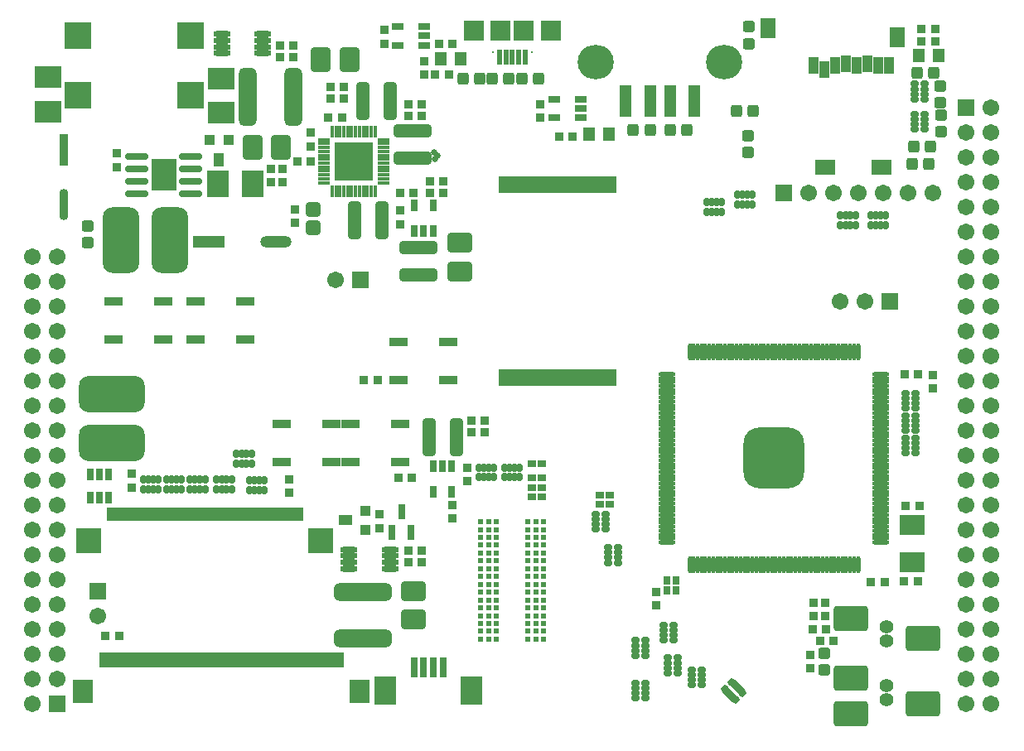
<source format=gts>
G04 Layer_Color=8388736*
%FSLAX24Y24*%
%MOIN*%
G70*
G01*
G75*
%ADD125R,0.0591X0.0305*%
%ADD126R,0.0591X0.0290*%
%ADD127R,0.0305X0.0591*%
%ADD128R,0.0290X0.0591*%
G04:AMPARAMS|DCode=129|XSize=29mil|YSize=59.1mil|CornerRadius=0mil|HoleSize=0mil|Usage=FLASHONLY|Rotation=225.000|XOffset=0mil|YOffset=0mil|HoleType=Round|Shape=Rectangle|*
%AMROTATEDRECTD129*
4,1,4,-0.0106,0.0311,0.0311,-0.0106,0.0106,-0.0311,-0.0311,0.0106,-0.0106,0.0311,0.0*
%
%ADD129ROTATEDRECTD129*%

G04:AMPARAMS|DCode=130|XSize=30.5mil|YSize=59.1mil|CornerRadius=0mil|HoleSize=0mil|Usage=FLASHONLY|Rotation=45.000|XOffset=0mil|YOffset=0mil|HoleType=Round|Shape=Rectangle|*
%AMROTATEDRECTD130*
4,1,4,0.0101,-0.0317,-0.0317,0.0101,-0.0101,0.0317,0.0317,-0.0101,0.0101,-0.0317,0.0*
%
%ADD130ROTATEDRECTD130*%

%ADD131R,0.1064X0.1064*%
%ADD132R,0.0474X0.1261*%
G04:AMPARAMS|DCode=133|XSize=98.6mil|YSize=78.9mil|CornerRadius=12.9mil|HoleSize=0mil|Usage=FLASHONLY|Rotation=270.000|XOffset=0mil|YOffset=0mil|HoleType=Round|Shape=RoundedRectangle|*
%AMROUNDEDRECTD133*
21,1,0.0986,0.0532,0,0,270.0*
21,1,0.0728,0.0789,0,0,270.0*
1,1,0.0257,-0.0266,-0.0364*
1,1,0.0257,-0.0266,0.0364*
1,1,0.0257,0.0266,0.0364*
1,1,0.0257,0.0266,-0.0364*
%
%ADD133ROUNDEDRECTD133*%
%ADD134R,0.0380X0.0380*%
%ADD135R,0.0380X0.0380*%
G04:AMPARAMS|DCode=136|XSize=98.6mil|YSize=78.9mil|CornerRadius=12.9mil|HoleSize=0mil|Usage=FLASHONLY|Rotation=180.000|XOffset=0mil|YOffset=0mil|HoleType=Round|Shape=RoundedRectangle|*
%AMROUNDEDRECTD136*
21,1,0.0986,0.0532,0,0,180.0*
21,1,0.0728,0.0789,0,0,180.0*
1,1,0.0257,-0.0364,0.0266*
1,1,0.0257,0.0364,0.0266*
1,1,0.0257,0.0364,-0.0266*
1,1,0.0257,-0.0364,-0.0266*
%
%ADD136ROUNDEDRECTD136*%
G04:AMPARAMS|DCode=137|XSize=47.4mil|YSize=43.4mil|CornerRadius=8.4mil|HoleSize=0mil|Usage=FLASHONLY|Rotation=180.000|XOffset=0mil|YOffset=0mil|HoleType=Round|Shape=RoundedRectangle|*
%AMROUNDEDRECTD137*
21,1,0.0474,0.0266,0,0,180.0*
21,1,0.0305,0.0434,0,0,180.0*
1,1,0.0169,-0.0153,0.0133*
1,1,0.0169,0.0153,0.0133*
1,1,0.0169,0.0153,-0.0133*
1,1,0.0169,-0.0153,-0.0133*
%
%ADD137ROUNDEDRECTD137*%
%ADD138R,0.1064X0.0867*%
G04:AMPARAMS|DCode=139|XSize=31.6mil|YSize=23.7mil|CornerRadius=6mil|HoleSize=0mil|Usage=FLASHONLY|Rotation=90.000|XOffset=0mil|YOffset=0mil|HoleType=Round|Shape=RoundedRectangle|*
%AMROUNDEDRECTD139*
21,1,0.0316,0.0118,0,0,90.0*
21,1,0.0197,0.0237,0,0,90.0*
1,1,0.0119,0.0059,0.0098*
1,1,0.0119,0.0059,-0.0098*
1,1,0.0119,-0.0059,-0.0098*
1,1,0.0119,-0.0059,0.0098*
%
%ADD139ROUNDEDRECTD139*%
G04:AMPARAMS|DCode=140|XSize=31.6mil|YSize=19.8mil|CornerRadius=5.5mil|HoleSize=0mil|Usage=FLASHONLY|Rotation=90.000|XOffset=0mil|YOffset=0mil|HoleType=Round|Shape=RoundedRectangle|*
%AMROUNDEDRECTD140*
21,1,0.0316,0.0089,0,0,90.0*
21,1,0.0207,0.0198,0,0,90.0*
1,1,0.0110,0.0044,0.0103*
1,1,0.0110,0.0044,-0.0103*
1,1,0.0110,-0.0044,-0.0103*
1,1,0.0110,-0.0044,0.0103*
%
%ADD140ROUNDEDRECTD140*%
G04:AMPARAMS|DCode=141|XSize=31.6mil|YSize=23.7mil|CornerRadius=6mil|HoleSize=0mil|Usage=FLASHONLY|Rotation=180.000|XOffset=0mil|YOffset=0mil|HoleType=Round|Shape=RoundedRectangle|*
%AMROUNDEDRECTD141*
21,1,0.0316,0.0118,0,0,180.0*
21,1,0.0197,0.0237,0,0,180.0*
1,1,0.0119,-0.0098,0.0059*
1,1,0.0119,0.0098,0.0059*
1,1,0.0119,0.0098,-0.0059*
1,1,0.0119,-0.0098,-0.0059*
%
%ADD141ROUNDEDRECTD141*%
G04:AMPARAMS|DCode=142|XSize=31.6mil|YSize=19.8mil|CornerRadius=5.5mil|HoleSize=0mil|Usage=FLASHONLY|Rotation=180.000|XOffset=0mil|YOffset=0mil|HoleType=Round|Shape=RoundedRectangle|*
%AMROUNDEDRECTD142*
21,1,0.0316,0.0089,0,0,180.0*
21,1,0.0207,0.0198,0,0,180.0*
1,1,0.0110,-0.0103,0.0044*
1,1,0.0110,0.0103,0.0044*
1,1,0.0110,0.0103,-0.0044*
1,1,0.0110,-0.0103,-0.0044*
%
%ADD142ROUNDEDRECTD142*%
%ADD143R,0.0330X0.0280*%
%ADD144R,0.0280X0.0330*%
%ADD145R,0.0730X0.0380*%
G04:AMPARAMS|DCode=146|XSize=47.4mil|YSize=43.4mil|CornerRadius=8.4mil|HoleSize=0mil|Usage=FLASHONLY|Rotation=90.000|XOffset=0mil|YOffset=0mil|HoleType=Round|Shape=RoundedRectangle|*
%AMROUNDEDRECTD146*
21,1,0.0474,0.0266,0,0,90.0*
21,1,0.0305,0.0434,0,0,90.0*
1,1,0.0169,0.0133,0.0153*
1,1,0.0169,0.0133,-0.0153*
1,1,0.0169,-0.0133,-0.0153*
1,1,0.0169,-0.0133,0.0153*
%
%ADD146ROUNDEDRECTD146*%
%ADD147R,0.0480X0.0580*%
%ADD148O,0.1261X0.0474*%
%ADD149R,0.1261X0.0474*%
G04:AMPARAMS|DCode=150|XSize=145.8mil|YSize=263.9mil|CornerRadius=38.4mil|HoleSize=0mil|Usage=FLASHONLY|Rotation=270.000|XOffset=0mil|YOffset=0mil|HoleType=Round|Shape=RoundedRectangle|*
%AMROUNDEDRECTD150*
21,1,0.1458,0.1870,0,0,270.0*
21,1,0.0689,0.2639,0,0,270.0*
1,1,0.0769,-0.0935,-0.0344*
1,1,0.0769,-0.0935,0.0344*
1,1,0.0769,0.0935,0.0344*
1,1,0.0769,0.0935,-0.0344*
%
%ADD150ROUNDEDRECTD150*%
G04:AMPARAMS|DCode=151|XSize=145.8mil|YSize=263.9mil|CornerRadius=38.4mil|HoleSize=0mil|Usage=FLASHONLY|Rotation=0.000|XOffset=0mil|YOffset=0mil|HoleType=Round|Shape=RoundedRectangle|*
%AMROUNDEDRECTD151*
21,1,0.1458,0.1870,0,0,0.0*
21,1,0.0689,0.2639,0,0,0.0*
1,1,0.0769,0.0344,-0.0935*
1,1,0.0769,-0.0344,-0.0935*
1,1,0.0769,-0.0344,0.0935*
1,1,0.0769,0.0344,0.0935*
%
%ADD151ROUNDEDRECTD151*%
%ADD152O,0.0356X0.1261*%
%ADD153R,0.0356X0.1261*%
%ADD154C,0.0237*%
G04:AMPARAMS|DCode=155|XSize=58mil|YSize=58mil|CornerRadius=10.3mil|HoleSize=0mil|Usage=FLASHONLY|Rotation=270.000|XOffset=0mil|YOffset=0mil|HoleType=Round|Shape=RoundedRectangle|*
%AMROUNDEDRECTD155*
21,1,0.0580,0.0375,0,0,270.0*
21,1,0.0375,0.0580,0,0,270.0*
1,1,0.0205,-0.0188,-0.0188*
1,1,0.0205,-0.0188,0.0188*
1,1,0.0205,0.0188,0.0188*
1,1,0.0205,0.0188,-0.0188*
%
%ADD155ROUNDEDRECTD155*%
%ADD156R,0.0828X0.0828*%
%ADD157R,0.0230X0.0612*%
%ADD158R,0.0237X0.0612*%
%ADD159R,0.0513X0.0316*%
%ADD160O,0.0946X0.0297*%
%ADD161O,0.0946X0.0277*%
G04:AMPARAMS|DCode=162|XSize=102.5mil|YSize=141.9mil|CornerRadius=15.8mil|HoleSize=0mil|Usage=FLASHONLY|Rotation=90.000|XOffset=0mil|YOffset=0mil|HoleType=Round|Shape=RoundedRectangle|*
%AMROUNDEDRECTD162*
21,1,0.1025,0.1102,0,0,90.0*
21,1,0.0709,0.1419,0,0,90.0*
1,1,0.0316,0.0551,0.0354*
1,1,0.0316,0.0551,-0.0354*
1,1,0.0316,-0.0551,-0.0354*
1,1,0.0316,-0.0551,0.0354*
%
%ADD162ROUNDEDRECTD162*%
%ADD163R,0.0198X0.0552*%
%ADD164R,0.1025X0.1025*%
%ADD165R,0.0789X0.0946*%
%ADD166R,0.0198X0.0592*%
%ADD167R,0.0907X0.1182*%
%ADD168R,0.0316X0.0828*%
%ADD169R,0.0316X0.0513*%
%ADD170R,0.0200X0.0680*%
%ADD171R,0.0867X0.1064*%
%ADD172O,0.0710X0.0237*%
%ADD173R,0.0440X0.0580*%
%ADD174R,0.0440X0.0440*%
%ADD175R,0.0789X0.0631*%
%ADD176R,0.0631X0.0828*%
%ADD177R,0.0395X0.0671*%
%ADD178R,0.1025X0.0789*%
G04:AMPARAMS|DCode=179|XSize=55.2mil|YSize=153.7mil|CornerRadius=15.8mil|HoleSize=0mil|Usage=FLASHONLY|Rotation=180.000|XOffset=0mil|YOffset=0mil|HoleType=Round|Shape=RoundedRectangle|*
%AMROUNDEDRECTD179*
21,1,0.0552,0.1220,0,0,180.0*
21,1,0.0236,0.1537,0,0,180.0*
1,1,0.0316,-0.0118,0.0610*
1,1,0.0316,0.0118,0.0610*
1,1,0.0316,0.0118,-0.0610*
1,1,0.0316,-0.0118,-0.0610*
%
%ADD179ROUNDEDRECTD179*%
G04:AMPARAMS|DCode=180|XSize=55.2mil|YSize=153.7mil|CornerRadius=15.8mil|HoleSize=0mil|Usage=FLASHONLY|Rotation=90.000|XOffset=0mil|YOffset=0mil|HoleType=Round|Shape=RoundedRectangle|*
%AMROUNDEDRECTD180*
21,1,0.0552,0.1220,0,0,90.0*
21,1,0.0236,0.1537,0,0,90.0*
1,1,0.0316,0.0610,0.0118*
1,1,0.0316,0.0610,-0.0118*
1,1,0.0316,-0.0610,-0.0118*
1,1,0.0316,-0.0610,0.0118*
%
%ADD180ROUNDEDRECTD180*%
G04:AMPARAMS|DCode=181|XSize=71mil|YSize=232.4mil|CornerRadius=19.7mil|HoleSize=0mil|Usage=FLASHONLY|Rotation=180.000|XOffset=0mil|YOffset=0mil|HoleType=Round|Shape=RoundedRectangle|*
%AMROUNDEDRECTD181*
21,1,0.0710,0.1929,0,0,180.0*
21,1,0.0315,0.2324,0,0,180.0*
1,1,0.0395,-0.0157,0.0965*
1,1,0.0395,0.0157,0.0965*
1,1,0.0395,0.0157,-0.0965*
1,1,0.0395,-0.0157,-0.0965*
%
%ADD181ROUNDEDRECTD181*%
G04:AMPARAMS|DCode=182|XSize=71mil|YSize=232.4mil|CornerRadius=19.7mil|HoleSize=0mil|Usage=FLASHONLY|Rotation=90.000|XOffset=0mil|YOffset=0mil|HoleType=Round|Shape=RoundedRectangle|*
%AMROUNDEDRECTD182*
21,1,0.0710,0.1929,0,0,90.0*
21,1,0.0315,0.2324,0,0,90.0*
1,1,0.0395,0.0965,0.0157*
1,1,0.0395,0.0965,-0.0157*
1,1,0.0395,-0.0965,-0.0157*
1,1,0.0395,-0.0965,0.0157*
%
%ADD182ROUNDEDRECTD182*%
G04:AMPARAMS|DCode=183|XSize=31.6mil|YSize=23.7mil|CornerRadius=6mil|HoleSize=0mil|Usage=FLASHONLY|Rotation=225.000|XOffset=0mil|YOffset=0mil|HoleType=Round|Shape=RoundedRectangle|*
%AMROUNDEDRECTD183*
21,1,0.0316,0.0118,0,0,225.0*
21,1,0.0197,0.0237,0,0,225.0*
1,1,0.0119,-0.0111,-0.0028*
1,1,0.0119,0.0028,0.0111*
1,1,0.0119,0.0111,0.0028*
1,1,0.0119,-0.0028,-0.0111*
%
%ADD183ROUNDEDRECTD183*%
G04:AMPARAMS|DCode=184|XSize=31.6mil|YSize=19.8mil|CornerRadius=5.5mil|HoleSize=0mil|Usage=FLASHONLY|Rotation=225.000|XOffset=0mil|YOffset=0mil|HoleType=Round|Shape=RoundedRectangle|*
%AMROUNDEDRECTD184*
21,1,0.0316,0.0089,0,0,225.0*
21,1,0.0207,0.0198,0,0,225.0*
1,1,0.0110,-0.0104,-0.0042*
1,1,0.0110,0.0042,0.0104*
1,1,0.0110,0.0104,0.0042*
1,1,0.0110,-0.0042,-0.0104*
%
%ADD184ROUNDEDRECTD184*%
%ADD185R,0.0316X0.0592*%
%ADD186R,0.0440X0.0440*%
%ADD187R,0.0580X0.0440*%
G04:AMPARAMS|DCode=188|XSize=244.2mil|YSize=244.2mil|CornerRadius=63.1mil|HoleSize=0mil|Usage=FLASHONLY|Rotation=0.000|XOffset=0mil|YOffset=0mil|HoleType=Round|Shape=RoundedRectangle|*
%AMROUNDEDRECTD188*
21,1,0.2442,0.1181,0,0,0.0*
21,1,0.1181,0.2442,0,0,0.0*
1,1,0.1261,0.0591,-0.0591*
1,1,0.1261,-0.0591,-0.0591*
1,1,0.1261,-0.0591,0.0591*
1,1,0.1261,0.0591,0.0591*
%
%ADD188ROUNDEDRECTD188*%
%ADD189O,0.0671X0.0167*%
%ADD190O,0.0167X0.0671*%
%ADD191R,0.1556X0.1556*%
%ADD192O,0.0159X0.0474*%
%ADD193O,0.0474X0.0159*%
%ADD194O,0.1458X0.1379*%
%ADD195C,0.0671*%
%ADD196R,0.0671X0.0671*%
%ADD197R,0.0671X0.0671*%
%ADD198C,0.0552*%
%ADD199C,0.0080*%
%ADD200R,0.1025X0.1300*%
%ADD201C,0.0260*%
%ADD202C,0.0340*%
D125*
X8095Y9702D02*
D03*
X7025D02*
D03*
X5145D02*
D03*
X6085D02*
D03*
X19685Y10192D02*
D03*
X18635D02*
D03*
X33205Y20748D02*
D03*
X9415Y9672D02*
D03*
X8905Y11128D02*
D03*
X34425Y20748D02*
D03*
X29055Y21578D02*
D03*
X27815Y21278D02*
D03*
D126*
X8105Y10095D02*
D03*
X7035D02*
D03*
X5155D02*
D03*
X6095D02*
D03*
X19695Y10585D02*
D03*
X18645D02*
D03*
X33195Y20355D02*
D03*
X9425Y10065D02*
D03*
X8895Y10735D02*
D03*
X34415Y20355D02*
D03*
X29045Y21185D02*
D03*
X27805Y20885D02*
D03*
D127*
X35908Y11475D02*
D03*
Y12375D02*
D03*
Y13275D02*
D03*
X24652Y1615D02*
D03*
X25942Y2625D02*
D03*
X26932Y2145D02*
D03*
X24652Y3325D02*
D03*
X25792Y3935D02*
D03*
X23542Y7065D02*
D03*
X23062Y8415D02*
D03*
X36288Y25715D02*
D03*
X36268Y24505D02*
D03*
D128*
X35515Y11485D02*
D03*
Y12385D02*
D03*
Y13285D02*
D03*
X25045Y1605D02*
D03*
X26335Y2615D02*
D03*
X27325Y2135D02*
D03*
X25045Y3315D02*
D03*
X26185Y3925D02*
D03*
X23935Y7055D02*
D03*
X23455Y8405D02*
D03*
X35895Y25725D02*
D03*
X35875Y24515D02*
D03*
D129*
X28741Y1725D02*
D03*
D130*
X28457Y1454D02*
D03*
D131*
X6744Y27971D02*
D03*
Y25570D02*
D03*
X2216Y27971D02*
D03*
Y25570D02*
D03*
D132*
X24262Y25335D02*
D03*
X25246D02*
D03*
X26034D02*
D03*
X27018D02*
D03*
D133*
X11999Y27010D02*
D03*
X13141D02*
D03*
X9249Y23490D02*
D03*
X10391D02*
D03*
D134*
X34120Y5980D02*
D03*
X34670D02*
D03*
X16920Y21650D02*
D03*
X16370D02*
D03*
X16920Y22110D02*
D03*
X16370D02*
D03*
X15170Y21650D02*
D03*
X15720D02*
D03*
X15510Y7240D02*
D03*
X16060D02*
D03*
X11040Y22910D02*
D03*
X11590D02*
D03*
X16060Y24740D02*
D03*
X15510D02*
D03*
X16060Y25200D02*
D03*
X15510D02*
D03*
X12920Y25450D02*
D03*
X12370D02*
D03*
X12920Y25910D02*
D03*
X12370D02*
D03*
X36070Y9040D02*
D03*
X35520D02*
D03*
X35460Y6020D02*
D03*
X36010D02*
D03*
X12290Y24680D02*
D03*
X12840D02*
D03*
X17300Y27640D02*
D03*
X16750D02*
D03*
X16600Y26400D02*
D03*
X17150D02*
D03*
X32330Y4090D02*
D03*
X31780D02*
D03*
X21580Y23920D02*
D03*
X22130D02*
D03*
X32080Y3620D02*
D03*
X32630D02*
D03*
X35470Y14330D02*
D03*
X36020D02*
D03*
X10890Y27560D02*
D03*
X10340D02*
D03*
X10890Y27100D02*
D03*
X10340D02*
D03*
X16060Y6780D02*
D03*
X15510D02*
D03*
X36710Y28230D02*
D03*
X36160D02*
D03*
Y27750D02*
D03*
X36710D02*
D03*
X14280Y14110D02*
D03*
X13730D02*
D03*
X15660Y10180D02*
D03*
X15110D02*
D03*
X18590Y12020D02*
D03*
X18040D02*
D03*
X18590Y12490D02*
D03*
X18040D02*
D03*
X3330Y3800D02*
D03*
X3880D02*
D03*
D135*
X9980Y22610D02*
D03*
Y22060D02*
D03*
X15170Y20390D02*
D03*
Y20940D02*
D03*
X4390Y9790D02*
D03*
Y10340D02*
D03*
X14340Y8150D02*
D03*
Y8700D02*
D03*
X25490Y5030D02*
D03*
Y5580D02*
D03*
X10950Y20980D02*
D03*
Y20430D02*
D03*
X10440Y22610D02*
D03*
Y22060D02*
D03*
X16140Y26950D02*
D03*
Y26400D02*
D03*
X14560Y28200D02*
D03*
Y27650D02*
D03*
X3800Y23230D02*
D03*
Y22680D02*
D03*
X20830Y25210D02*
D03*
Y24660D02*
D03*
X31830Y4600D02*
D03*
Y5150D02*
D03*
X17870Y10580D02*
D03*
Y10030D02*
D03*
X36610Y13770D02*
D03*
Y14320D02*
D03*
X32290Y5150D02*
D03*
Y4600D02*
D03*
X11590Y23510D02*
D03*
Y24060D02*
D03*
X31700Y2500D02*
D03*
Y3050D02*
D03*
X10710Y10120D02*
D03*
Y9570D02*
D03*
X17280Y8540D02*
D03*
Y9090D02*
D03*
D136*
X17590Y19631D02*
D03*
Y18489D02*
D03*
X15710Y5621D02*
D03*
Y4479D02*
D03*
D137*
X2630Y19625D02*
D03*
Y20295D02*
D03*
X32240Y2425D02*
D03*
Y3095D02*
D03*
X36930Y25285D02*
D03*
Y25955D02*
D03*
X36940Y24775D02*
D03*
Y24105D02*
D03*
X29200Y23935D02*
D03*
Y23265D02*
D03*
X29230Y27655D02*
D03*
Y28325D02*
D03*
D138*
X1020Y26296D02*
D03*
Y24898D02*
D03*
X8000Y26256D02*
D03*
Y24858D02*
D03*
D139*
X7795Y9703D02*
D03*
X8405D02*
D03*
Y10097D02*
D03*
X7795D02*
D03*
X6725Y9703D02*
D03*
X7335D02*
D03*
Y10097D02*
D03*
X6725D02*
D03*
X4845Y9703D02*
D03*
X5455D02*
D03*
Y10097D02*
D03*
X4845D02*
D03*
X5785Y9703D02*
D03*
X6395D02*
D03*
Y10097D02*
D03*
X5785D02*
D03*
X19385Y10587D02*
D03*
X19995D02*
D03*
Y10193D02*
D03*
X19385D02*
D03*
X18335Y10587D02*
D03*
X18945D02*
D03*
Y10193D02*
D03*
X18335D02*
D03*
X33505Y20353D02*
D03*
X32895D02*
D03*
Y20747D02*
D03*
X33505D02*
D03*
X9115Y9673D02*
D03*
X9725D02*
D03*
Y10067D02*
D03*
X9115D02*
D03*
X9205Y10733D02*
D03*
X8595D02*
D03*
Y11127D02*
D03*
X9205D02*
D03*
X34725Y20747D02*
D03*
X34115D02*
D03*
Y20353D02*
D03*
X34725D02*
D03*
X29355Y21183D02*
D03*
X28745D02*
D03*
Y21577D02*
D03*
X29355D02*
D03*
X28115Y20883D02*
D03*
X27505D02*
D03*
Y21277D02*
D03*
X28115D02*
D03*
D140*
X8002Y9703D02*
D03*
X8198D02*
D03*
Y10097D02*
D03*
X8002D02*
D03*
X6932Y9703D02*
D03*
X7128D02*
D03*
Y10097D02*
D03*
X6932D02*
D03*
X5052Y9703D02*
D03*
X5248D02*
D03*
Y10097D02*
D03*
X5052D02*
D03*
X5992Y9703D02*
D03*
X6188D02*
D03*
Y10097D02*
D03*
X5992D02*
D03*
X19592Y10587D02*
D03*
X19788D02*
D03*
Y10193D02*
D03*
X19592D02*
D03*
X18542Y10587D02*
D03*
X18738D02*
D03*
Y10193D02*
D03*
X18542D02*
D03*
X33298Y20353D02*
D03*
X33102D02*
D03*
Y20747D02*
D03*
X33298D02*
D03*
X9322Y9673D02*
D03*
X9518D02*
D03*
Y10067D02*
D03*
X9322D02*
D03*
X8998Y10733D02*
D03*
X8802D02*
D03*
Y11127D02*
D03*
X8998D02*
D03*
X34518Y20747D02*
D03*
X34322D02*
D03*
Y20353D02*
D03*
X34518D02*
D03*
X29148Y21183D02*
D03*
X28952D02*
D03*
Y21577D02*
D03*
X29148D02*
D03*
X27908Y20883D02*
D03*
X27712D02*
D03*
Y21277D02*
D03*
X27908D02*
D03*
D141*
X35907Y11175D02*
D03*
Y11785D02*
D03*
X35513D02*
D03*
Y11175D02*
D03*
X35907Y12075D02*
D03*
Y12685D02*
D03*
X35513D02*
D03*
Y12075D02*
D03*
X35907Y12975D02*
D03*
Y13585D02*
D03*
X35513D02*
D03*
Y12975D02*
D03*
X25047Y1915D02*
D03*
Y1305D02*
D03*
X24653D02*
D03*
Y1915D02*
D03*
X26337Y2925D02*
D03*
Y2315D02*
D03*
X25943D02*
D03*
Y2925D02*
D03*
X27327Y2445D02*
D03*
Y1835D02*
D03*
X26933D02*
D03*
Y2445D02*
D03*
X25047Y3625D02*
D03*
Y3015D02*
D03*
X24653D02*
D03*
Y3625D02*
D03*
X26187Y4235D02*
D03*
Y3625D02*
D03*
X25793D02*
D03*
Y4235D02*
D03*
X23937Y7365D02*
D03*
Y6755D02*
D03*
X23543D02*
D03*
Y7365D02*
D03*
X23457Y8715D02*
D03*
Y8105D02*
D03*
X23063D02*
D03*
Y8715D02*
D03*
X35893Y25415D02*
D03*
Y26025D02*
D03*
X36287D02*
D03*
Y25415D02*
D03*
X35873Y24205D02*
D03*
Y24815D02*
D03*
X36267D02*
D03*
Y24205D02*
D03*
D142*
X35907Y11382D02*
D03*
Y11578D02*
D03*
X35513D02*
D03*
Y11382D02*
D03*
X35907Y12282D02*
D03*
Y12478D02*
D03*
X35513D02*
D03*
Y12282D02*
D03*
X35907Y13182D02*
D03*
Y13378D02*
D03*
X35513D02*
D03*
Y13182D02*
D03*
X25047Y1708D02*
D03*
Y1512D02*
D03*
X24653D02*
D03*
Y1708D02*
D03*
X26337Y2718D02*
D03*
Y2522D02*
D03*
X25943D02*
D03*
Y2718D02*
D03*
X27327Y2238D02*
D03*
Y2042D02*
D03*
X26933D02*
D03*
Y2238D02*
D03*
X25047Y3418D02*
D03*
Y3222D02*
D03*
X24653D02*
D03*
Y3418D02*
D03*
X26187Y4028D02*
D03*
Y3832D02*
D03*
X25793D02*
D03*
Y4028D02*
D03*
X23937Y7158D02*
D03*
Y6962D02*
D03*
X23543D02*
D03*
Y7158D02*
D03*
X23457Y8508D02*
D03*
Y8312D02*
D03*
X23063D02*
D03*
Y8508D02*
D03*
X35893Y25622D02*
D03*
Y25818D02*
D03*
X36287D02*
D03*
Y25622D02*
D03*
X35873Y24412D02*
D03*
Y24608D02*
D03*
X36267D02*
D03*
Y24412D02*
D03*
D143*
X23630Y9480D02*
D03*
X23230D02*
D03*
X23630Y9100D02*
D03*
X23230D02*
D03*
X20890Y9400D02*
D03*
X20490D02*
D03*
X20890Y9780D02*
D03*
X20490D02*
D03*
X20890Y10160D02*
D03*
X20490D02*
D03*
X20890Y10750D02*
D03*
X20490Y10750D02*
D03*
D144*
X25910Y5630D02*
D03*
X26290D02*
D03*
X25910Y6030D02*
D03*
X26290D02*
D03*
D145*
X17110Y14112D02*
D03*
X15110D02*
D03*
X17110Y15648D02*
D03*
X15110D02*
D03*
X12410Y10802D02*
D03*
X10410D02*
D03*
X12410Y12338D02*
D03*
X10410D02*
D03*
X15170Y10802D02*
D03*
X13170D02*
D03*
X15170Y12338D02*
D03*
X13170D02*
D03*
X5650Y15742D02*
D03*
X3650D02*
D03*
X5650Y17278D02*
D03*
X3650D02*
D03*
X8960Y15742D02*
D03*
X6960D02*
D03*
X8960Y17278D02*
D03*
X6960D02*
D03*
D146*
X17705Y26250D02*
D03*
X18375D02*
D03*
X18895D02*
D03*
X19565D02*
D03*
X20755Y26240D02*
D03*
X20085D02*
D03*
X24565Y24170D02*
D03*
X25235D02*
D03*
X26705D02*
D03*
X26035D02*
D03*
X35835Y23500D02*
D03*
X36505D02*
D03*
X35985Y26490D02*
D03*
X36655D02*
D03*
X35775Y22800D02*
D03*
X36445D02*
D03*
X29385Y24940D02*
D03*
X28715D02*
D03*
D147*
X36050Y27160D02*
D03*
X36850D02*
D03*
X17620Y27050D02*
D03*
X16820D02*
D03*
X23570Y24020D02*
D03*
X22770D02*
D03*
D148*
X10170Y19670D02*
D03*
D149*
X7470D02*
D03*
D150*
X3570Y11576D02*
D03*
Y13544D02*
D03*
D151*
X5914Y19730D02*
D03*
X3946D02*
D03*
D152*
X1650Y21170D02*
D03*
D153*
Y23370D02*
D03*
D154*
X18430Y8404D02*
D03*
X18745D02*
D03*
X19060D02*
D03*
X20320D02*
D03*
X20635D02*
D03*
X20950D02*
D03*
X18430Y8089D02*
D03*
X18745D02*
D03*
X19060D02*
D03*
X20320D02*
D03*
X20635D02*
D03*
X20950D02*
D03*
X18430Y7774D02*
D03*
X18745D02*
D03*
X19060D02*
D03*
X20320D02*
D03*
X20635D02*
D03*
X20950D02*
D03*
X18430Y7459D02*
D03*
X18745D02*
D03*
X19060D02*
D03*
X20320D02*
D03*
X20635D02*
D03*
X20950D02*
D03*
X18430Y7144D02*
D03*
X18745D02*
D03*
X19060D02*
D03*
X20320D02*
D03*
X20635D02*
D03*
X20950D02*
D03*
X18430Y6829D02*
D03*
X18745D02*
D03*
X19060D02*
D03*
X20320D02*
D03*
X20635D02*
D03*
X20950D02*
D03*
X18430Y6514D02*
D03*
X18745D02*
D03*
X19060D02*
D03*
X20320D02*
D03*
X20635D02*
D03*
X20950D02*
D03*
X18430Y6199D02*
D03*
X18745D02*
D03*
X19060D02*
D03*
X20320D02*
D03*
X20635D02*
D03*
X20950D02*
D03*
X18430Y5884D02*
D03*
X18745D02*
D03*
X19060D02*
D03*
X20320D02*
D03*
X20635D02*
D03*
X20950D02*
D03*
X18430Y5569D02*
D03*
X18745D02*
D03*
X19060D02*
D03*
X20320D02*
D03*
X20635D02*
D03*
X20950D02*
D03*
X18430Y5254D02*
D03*
X18745D02*
D03*
X19060D02*
D03*
X20320D02*
D03*
X20635D02*
D03*
X20950D02*
D03*
X18430Y4939D02*
D03*
X18745D02*
D03*
X19060D02*
D03*
X20320D02*
D03*
X20635D02*
D03*
X20950D02*
D03*
X18430Y4624D02*
D03*
X18745D02*
D03*
X19060D02*
D03*
X20320D02*
D03*
X20635D02*
D03*
X20950D02*
D03*
X18430Y4310D02*
D03*
X18745D02*
D03*
X19060D02*
D03*
X20320D02*
D03*
X20635D02*
D03*
X20950D02*
D03*
X18430Y3995D02*
D03*
X18745D02*
D03*
X19060D02*
D03*
X20320D02*
D03*
X20635D02*
D03*
X20950D02*
D03*
X18430Y3680D02*
D03*
X18745D02*
D03*
X19060D02*
D03*
X20320D02*
D03*
X20635D02*
D03*
X20950D02*
D03*
D155*
X11700Y20985D02*
D03*
Y20235D02*
D03*
D156*
X18135Y28170D02*
D03*
X19218D02*
D03*
X20162D02*
D03*
X21245D02*
D03*
D157*
X19178Y27117D02*
D03*
X20202D02*
D03*
D158*
X19434D02*
D03*
X19946D02*
D03*
X19690D02*
D03*
D159*
X15100Y28334D02*
D03*
Y27586D02*
D03*
X16140Y28334D02*
D03*
Y27960D02*
D03*
Y27586D02*
D03*
X21400Y25414D02*
D03*
Y24666D02*
D03*
X22440Y25414D02*
D03*
Y25040D02*
D03*
Y24666D02*
D03*
D160*
X6766Y21620D02*
D03*
X4574D02*
D03*
Y22120D02*
D03*
Y22620D02*
D03*
Y23120D02*
D03*
D161*
X6766Y22120D02*
D03*
Y22620D02*
D03*
Y23120D02*
D03*
D162*
X36217Y1081D02*
D03*
Y3719D02*
D03*
X33303Y2105D02*
D03*
X33310Y4507D02*
D03*
X33303Y688D02*
D03*
D163*
X3491Y8716D02*
D03*
X3688D02*
D03*
X3885D02*
D03*
X4082D02*
D03*
X4279D02*
D03*
X4476D02*
D03*
X4673D02*
D03*
X4869D02*
D03*
X5066D02*
D03*
X5263D02*
D03*
X5460D02*
D03*
X5657D02*
D03*
X5854D02*
D03*
X6050D02*
D03*
X6247D02*
D03*
X6444D02*
D03*
X6641D02*
D03*
X6838D02*
D03*
X7035D02*
D03*
X7232D02*
D03*
X7428D02*
D03*
X7625D02*
D03*
X7822D02*
D03*
X8019D02*
D03*
X8216D02*
D03*
X8413D02*
D03*
X8610D02*
D03*
X8806D02*
D03*
X9003D02*
D03*
X9200D02*
D03*
X9397D02*
D03*
X9594D02*
D03*
X9791D02*
D03*
X9987D02*
D03*
X10184D02*
D03*
X10381D02*
D03*
X10578D02*
D03*
X10775D02*
D03*
X10972D02*
D03*
X11169D02*
D03*
D164*
X11995Y7653D02*
D03*
X2665D02*
D03*
D165*
X13561Y1560D02*
D03*
X2419D02*
D03*
D166*
X12813Y2840D02*
D03*
X12616D02*
D03*
X12419D02*
D03*
X12222D02*
D03*
X12025D02*
D03*
X11829D02*
D03*
X11632D02*
D03*
X11435D02*
D03*
X11238D02*
D03*
X11041D02*
D03*
X10844D02*
D03*
X10647D02*
D03*
X10451D02*
D03*
X10254D02*
D03*
X10057D02*
D03*
X9860D02*
D03*
X9663D02*
D03*
X9466D02*
D03*
X9270D02*
D03*
X9073D02*
D03*
X8876D02*
D03*
X8679D02*
D03*
X8482D02*
D03*
X8285D02*
D03*
X8088D02*
D03*
X7892D02*
D03*
X7695D02*
D03*
X7498D02*
D03*
X7301D02*
D03*
X7104D02*
D03*
X6907D02*
D03*
X6710D02*
D03*
X6514D02*
D03*
X6317D02*
D03*
X6120D02*
D03*
X5923D02*
D03*
X5726D02*
D03*
X5529D02*
D03*
X5333D02*
D03*
X5136D02*
D03*
X4939D02*
D03*
X4742D02*
D03*
X4545D02*
D03*
X4348D02*
D03*
X4151D02*
D03*
X3955D02*
D03*
X3758D02*
D03*
X3561D02*
D03*
X3364D02*
D03*
X3167D02*
D03*
D167*
X14598Y1619D02*
D03*
X18062D02*
D03*
D168*
X15739Y2544D02*
D03*
X16133D02*
D03*
X16527D02*
D03*
X16921D02*
D03*
D169*
X16516Y9600D02*
D03*
X17264D02*
D03*
X16516Y10640D02*
D03*
X16890D02*
D03*
X17264D02*
D03*
X16504Y21140D02*
D03*
X15756D02*
D03*
X16504Y20100D02*
D03*
X16130D02*
D03*
X15756D02*
D03*
X3464Y10312D02*
D03*
X3090D02*
D03*
X2716D02*
D03*
Y9368D02*
D03*
X3090D02*
D03*
X3464D02*
D03*
D170*
X21608Y14192D02*
D03*
X22002D02*
D03*
X23183Y21968D02*
D03*
X21215Y14192D02*
D03*
X21805D02*
D03*
X19443Y21968D02*
D03*
X23577D02*
D03*
X23380Y21968D02*
D03*
X19640Y21968D02*
D03*
X22986D02*
D03*
X22593D02*
D03*
X22199D02*
D03*
X21805D02*
D03*
X21215D02*
D03*
X20821D02*
D03*
X20427D02*
D03*
X20034D02*
D03*
X23774Y21968D02*
D03*
X23774Y14192D02*
D03*
X23577D02*
D03*
X23380D02*
D03*
X23183D02*
D03*
X22986D02*
D03*
X22790D02*
D03*
X22593D02*
D03*
X20624D02*
D03*
X20427D02*
D03*
X20230D02*
D03*
X20034D02*
D03*
X19837D02*
D03*
X19640D02*
D03*
X19443D02*
D03*
X19246D02*
D03*
Y21968D02*
D03*
X22396Y14192D02*
D03*
X22790Y21968D02*
D03*
X22396D02*
D03*
X22002D02*
D03*
X21608D02*
D03*
X21018D02*
D03*
X20624D02*
D03*
X20230D02*
D03*
X19837D02*
D03*
X20821Y14192D02*
D03*
X21018D02*
D03*
X22199D02*
D03*
X21412D02*
D03*
Y21968D02*
D03*
D171*
X7844Y22020D02*
D03*
X9242D02*
D03*
D172*
X8003Y28034D02*
D03*
Y27778D02*
D03*
Y27522D02*
D03*
Y27266D02*
D03*
X9657Y28034D02*
D03*
Y27778D02*
D03*
Y27522D02*
D03*
Y27266D02*
D03*
X13133Y7284D02*
D03*
Y7028D02*
D03*
Y6772D02*
D03*
Y6516D02*
D03*
X14787Y7284D02*
D03*
Y7028D02*
D03*
Y6772D02*
D03*
Y6516D02*
D03*
D173*
X7890Y22960D02*
D03*
D174*
X7520Y23760D02*
D03*
X8270D02*
D03*
D175*
X34543Y22658D02*
D03*
X32299D02*
D03*
D176*
X35173Y27895D02*
D03*
X29996Y28288D02*
D03*
D177*
X31830Y26773D02*
D03*
X32263Y26615D02*
D03*
X32696Y26773D02*
D03*
X33130Y26851D02*
D03*
X33563Y26773D02*
D03*
X33996Y26851D02*
D03*
X34429Y26773D02*
D03*
X34862D02*
D03*
D178*
X35770Y8278D02*
D03*
Y6782D02*
D03*
D179*
X14441Y20530D02*
D03*
X13339D02*
D03*
X14791Y25350D02*
D03*
X13689D02*
D03*
X16339Y11810D02*
D03*
X17441D02*
D03*
D180*
X15690Y23039D02*
D03*
Y24141D02*
D03*
X15910Y19441D02*
D03*
Y18339D02*
D03*
D181*
X10895Y25510D02*
D03*
X9045D02*
D03*
D182*
X13680Y3715D02*
D03*
Y5565D02*
D03*
D183*
X28523Y1945D02*
D03*
X28955Y1513D02*
D03*
X28677Y1235D02*
D03*
X28245Y1667D02*
D03*
D184*
X28670Y1799D02*
D03*
X28809Y1660D02*
D03*
X28530Y1381D02*
D03*
X28391Y1520D02*
D03*
D185*
X15240Y8803D02*
D03*
X15614Y7977D02*
D03*
X14866D02*
D03*
D186*
X13800Y8080D02*
D03*
Y8830D02*
D03*
D187*
X13000Y8460D02*
D03*
D188*
X30220Y10960D02*
D03*
D189*
X25929Y14346D02*
D03*
Y14188D02*
D03*
Y14031D02*
D03*
Y13873D02*
D03*
Y13716D02*
D03*
Y13558D02*
D03*
Y13401D02*
D03*
Y13243D02*
D03*
Y13086D02*
D03*
Y12928D02*
D03*
Y12771D02*
D03*
Y12614D02*
D03*
Y12456D02*
D03*
Y12299D02*
D03*
Y12141D02*
D03*
Y11984D02*
D03*
Y11826D02*
D03*
Y11669D02*
D03*
Y11511D02*
D03*
Y11354D02*
D03*
Y11196D02*
D03*
Y11039D02*
D03*
Y10881D02*
D03*
Y10724D02*
D03*
Y10566D02*
D03*
Y10409D02*
D03*
Y10251D02*
D03*
Y10094D02*
D03*
Y9936D02*
D03*
Y9779D02*
D03*
Y9621D02*
D03*
Y9464D02*
D03*
Y9306D02*
D03*
Y9149D02*
D03*
Y8991D02*
D03*
Y8834D02*
D03*
Y8677D02*
D03*
Y8519D02*
D03*
Y8362D02*
D03*
Y8204D02*
D03*
Y8047D02*
D03*
Y7889D02*
D03*
Y7732D02*
D03*
Y7574D02*
D03*
X34511D02*
D03*
Y7732D02*
D03*
Y7889D02*
D03*
Y8047D02*
D03*
Y8204D02*
D03*
Y8362D02*
D03*
Y8519D02*
D03*
Y8677D02*
D03*
Y8834D02*
D03*
Y8991D02*
D03*
Y9149D02*
D03*
Y9306D02*
D03*
Y9464D02*
D03*
Y9621D02*
D03*
Y9779D02*
D03*
Y9936D02*
D03*
Y10094D02*
D03*
Y10251D02*
D03*
Y10409D02*
D03*
Y10566D02*
D03*
Y10724D02*
D03*
Y10881D02*
D03*
Y11039D02*
D03*
Y11196D02*
D03*
Y11354D02*
D03*
Y11511D02*
D03*
Y11669D02*
D03*
Y11826D02*
D03*
Y11984D02*
D03*
Y12141D02*
D03*
Y12299D02*
D03*
Y12456D02*
D03*
Y12614D02*
D03*
Y12771D02*
D03*
Y12928D02*
D03*
Y13086D02*
D03*
Y13243D02*
D03*
Y13401D02*
D03*
Y13558D02*
D03*
Y13716D02*
D03*
Y13873D02*
D03*
Y14031D02*
D03*
Y14188D02*
D03*
Y14346D02*
D03*
D190*
X26834Y6669D02*
D03*
X26992D02*
D03*
X27149D02*
D03*
X27307D02*
D03*
X27464D02*
D03*
X27622D02*
D03*
X27779D02*
D03*
X27937D02*
D03*
X28094D02*
D03*
X28251D02*
D03*
X28409D02*
D03*
X28566D02*
D03*
X28724D02*
D03*
X28881D02*
D03*
X29039D02*
D03*
X29196D02*
D03*
X29354D02*
D03*
X29511D02*
D03*
X29669D02*
D03*
X29826D02*
D03*
X29984D02*
D03*
X30141D02*
D03*
X30299D02*
D03*
X30456D02*
D03*
X30614D02*
D03*
X30771D02*
D03*
X30929D02*
D03*
X31086D02*
D03*
X31244D02*
D03*
X31401D02*
D03*
X31559D02*
D03*
X31716D02*
D03*
X31874D02*
D03*
X32031D02*
D03*
X32188D02*
D03*
X32346D02*
D03*
X32503D02*
D03*
X32661D02*
D03*
X32818D02*
D03*
X32976D02*
D03*
X33133D02*
D03*
X33291D02*
D03*
X33448D02*
D03*
X33606D02*
D03*
Y15251D02*
D03*
X33448D02*
D03*
X33291D02*
D03*
X33133D02*
D03*
X32976D02*
D03*
X32818D02*
D03*
X32661D02*
D03*
X32503D02*
D03*
X32346D02*
D03*
X32188D02*
D03*
X32031D02*
D03*
X31874D02*
D03*
X31716D02*
D03*
X31559D02*
D03*
X31401D02*
D03*
X31244D02*
D03*
X31086D02*
D03*
X30929D02*
D03*
X30771D02*
D03*
X30614D02*
D03*
X30456D02*
D03*
X30299D02*
D03*
X30141D02*
D03*
X29984D02*
D03*
X29826D02*
D03*
X29669D02*
D03*
X29511D02*
D03*
X29354D02*
D03*
X29196D02*
D03*
X29039D02*
D03*
X28881D02*
D03*
X28724D02*
D03*
X28566D02*
D03*
X28409D02*
D03*
X28251D02*
D03*
X28094D02*
D03*
X27937D02*
D03*
X27779D02*
D03*
X27622D02*
D03*
X27464D02*
D03*
X27307D02*
D03*
X27149D02*
D03*
X26992D02*
D03*
X26834D02*
D03*
D191*
X13310Y22920D02*
D03*
D192*
X14176Y21719D02*
D03*
X14019D02*
D03*
X13861D02*
D03*
X13704D02*
D03*
X13546D02*
D03*
X13389D02*
D03*
X13231D02*
D03*
X13074D02*
D03*
X12916D02*
D03*
X12759D02*
D03*
X12601D02*
D03*
X12444D02*
D03*
Y24121D02*
D03*
X12601D02*
D03*
X12759D02*
D03*
X12916D02*
D03*
X13074D02*
D03*
X13231D02*
D03*
X13389D02*
D03*
X13546D02*
D03*
X13704D02*
D03*
X13861D02*
D03*
X14019D02*
D03*
X14176D02*
D03*
D193*
X12109Y22054D02*
D03*
Y22211D02*
D03*
Y22369D02*
D03*
Y22526D02*
D03*
Y22684D02*
D03*
Y22841D02*
D03*
Y22999D02*
D03*
Y23156D02*
D03*
Y23314D02*
D03*
Y23471D02*
D03*
Y23629D02*
D03*
Y23786D02*
D03*
X14511D02*
D03*
Y23629D02*
D03*
Y23471D02*
D03*
Y23314D02*
D03*
Y23156D02*
D03*
Y22999D02*
D03*
Y22841D02*
D03*
Y22684D02*
D03*
Y22526D02*
D03*
Y22369D02*
D03*
Y22211D02*
D03*
Y22054D02*
D03*
D194*
X28227Y26910D02*
D03*
X23053D02*
D03*
D195*
X400Y19070D02*
D03*
X1400D02*
D03*
X400Y18070D02*
D03*
X1400D02*
D03*
X400Y17070D02*
D03*
X1400D02*
D03*
X400Y16070D02*
D03*
X1400D02*
D03*
X400Y15070D02*
D03*
X1400D02*
D03*
X400Y14070D02*
D03*
X1400D02*
D03*
X400Y13070D02*
D03*
X1400D02*
D03*
X400Y12070D02*
D03*
X1400D02*
D03*
X400Y11070D02*
D03*
X1400D02*
D03*
X400Y10070D02*
D03*
X1400D02*
D03*
X400Y9070D02*
D03*
X1400D02*
D03*
X400Y8070D02*
D03*
X1400D02*
D03*
X400Y7070D02*
D03*
X1400D02*
D03*
X400Y6070D02*
D03*
X1400D02*
D03*
X400Y5070D02*
D03*
X1400D02*
D03*
X400Y4070D02*
D03*
X1400D02*
D03*
X400Y3070D02*
D03*
X1400D02*
D03*
X400Y2070D02*
D03*
X1400D02*
D03*
X400Y1070D02*
D03*
X33890Y17290D02*
D03*
X32890D02*
D03*
X36610Y21650D02*
D03*
X35610D02*
D03*
X34610D02*
D03*
X33610D02*
D03*
X31610D02*
D03*
X32610D02*
D03*
X3010Y4620D02*
D03*
X12600Y18140D02*
D03*
X38960Y25060D02*
D03*
X37960Y24060D02*
D03*
X38960D02*
D03*
X37960Y23060D02*
D03*
X38960D02*
D03*
X37960Y22060D02*
D03*
X38960D02*
D03*
X37960Y21060D02*
D03*
X38960D02*
D03*
X37960Y20060D02*
D03*
X38960D02*
D03*
X37960Y19060D02*
D03*
X38960D02*
D03*
X37960Y18060D02*
D03*
X38960D02*
D03*
X37960Y17060D02*
D03*
X38960D02*
D03*
X37960Y16060D02*
D03*
X38960D02*
D03*
X37960Y15060D02*
D03*
X38960D02*
D03*
X37960Y14060D02*
D03*
X38960D02*
D03*
X37960Y13060D02*
D03*
X38960D02*
D03*
X37960Y12060D02*
D03*
X38960D02*
D03*
X37960Y11060D02*
D03*
X38960D02*
D03*
X37960Y10060D02*
D03*
X38960D02*
D03*
X37960Y9060D02*
D03*
X38960D02*
D03*
X37960Y8060D02*
D03*
X38960D02*
D03*
X37960Y7060D02*
D03*
X38960D02*
D03*
X37960Y6060D02*
D03*
X38960D02*
D03*
X37960Y5060D02*
D03*
X38960D02*
D03*
X37960Y4060D02*
D03*
X38960D02*
D03*
X37960Y3060D02*
D03*
X38960D02*
D03*
X37960Y2060D02*
D03*
X38960D02*
D03*
X37960Y1060D02*
D03*
X38960D02*
D03*
D196*
X1400Y1070D02*
D03*
X3010Y5620D02*
D03*
X37960Y25060D02*
D03*
D197*
X34890Y17290D02*
D03*
X30610Y21650D02*
D03*
X13600Y18140D02*
D03*
D198*
X34750Y1819D02*
D03*
Y4181D02*
D03*
X34760Y1239D02*
D03*
Y3601D02*
D03*
D199*
X18903Y27324D02*
D03*
X20477D02*
D03*
D200*
X5670Y22370D02*
D03*
D201*
X16570Y23000D02*
D03*
X16550Y23290D02*
D03*
X16700Y23140D02*
D03*
D202*
X13910Y22320D02*
D03*
X13510D02*
D03*
X12710D02*
D03*
Y23520D02*
D03*
X13110D02*
D03*
X13510D02*
D03*
X13910D02*
D03*
X12710Y23120D02*
D03*
X13110D02*
D03*
X13510D02*
D03*
X13910D02*
D03*
X12710Y22720D02*
D03*
X13110D02*
D03*
X13510D02*
D03*
X13910D02*
D03*
X13110Y22320D02*
D03*
M02*

</source>
